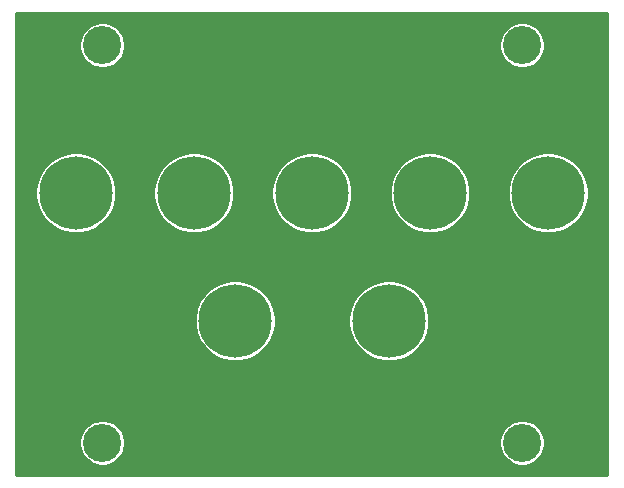
<source format=gtl>
G04 #@! TF.GenerationSoftware,KiCad,Pcbnew,(5.1.8)-1*
G04 #@! TF.CreationDate,2021-07-28T22:21:21-04:00*
G04 #@! TF.ProjectId,nearless_front_panel,6e656172-6c65-4737-935f-66726f6e745f,rev?*
G04 #@! TF.SameCoordinates,Original*
G04 #@! TF.FileFunction,Copper,L1,Top*
G04 #@! TF.FilePolarity,Positive*
%FSLAX46Y46*%
G04 Gerber Fmt 4.6, Leading zero omitted, Abs format (unit mm)*
G04 Created by KiCad (PCBNEW (5.1.8)-1) date 2021-07-28 22:21:21*
%MOMM*%
%LPD*%
G01*
G04 APERTURE LIST*
G04 #@! TA.AperFunction,WasherPad*
%ADD10C,3.220000*%
G04 #@! TD*
G04 #@! TA.AperFunction,WasherPad*
%ADD11C,6.200000*%
G04 #@! TD*
G04 #@! TA.AperFunction,NonConductor*
%ADD12C,0.254000*%
G04 #@! TD*
G04 #@! TA.AperFunction,NonConductor*
%ADD13C,0.100000*%
G04 #@! TD*
G04 APERTURE END LIST*
D10*
X166070000Y-25835000D03*
X201620000Y-25835000D03*
X201620000Y-59485000D03*
X166070000Y-59485000D03*
D11*
X190325000Y-49150000D03*
X177325000Y-49150000D03*
X163820000Y-38335000D03*
X203820000Y-38335000D03*
X193820000Y-38335000D03*
X183820000Y-38335000D03*
X173820000Y-38335000D03*
D12*
X208843001Y-62208000D02*
X158797000Y-62208000D01*
X158797000Y-59294222D01*
X164133000Y-59294222D01*
X164133000Y-59675778D01*
X164207438Y-60050002D01*
X164353453Y-60402513D01*
X164565434Y-60719765D01*
X164835235Y-60989566D01*
X165152487Y-61201547D01*
X165504998Y-61347562D01*
X165879222Y-61422000D01*
X166260778Y-61422000D01*
X166635002Y-61347562D01*
X166987513Y-61201547D01*
X167304765Y-60989566D01*
X167574566Y-60719765D01*
X167786547Y-60402513D01*
X167932562Y-60050002D01*
X168007000Y-59675778D01*
X168007000Y-59294222D01*
X199683000Y-59294222D01*
X199683000Y-59675778D01*
X199757438Y-60050002D01*
X199903453Y-60402513D01*
X200115434Y-60719765D01*
X200385235Y-60989566D01*
X200702487Y-61201547D01*
X201054998Y-61347562D01*
X201429222Y-61422000D01*
X201810778Y-61422000D01*
X202185002Y-61347562D01*
X202537513Y-61201547D01*
X202854765Y-60989566D01*
X203124566Y-60719765D01*
X203336547Y-60402513D01*
X203482562Y-60050002D01*
X203557000Y-59675778D01*
X203557000Y-59294222D01*
X203482562Y-58919998D01*
X203336547Y-58567487D01*
X203124566Y-58250235D01*
X202854765Y-57980434D01*
X202537513Y-57768453D01*
X202185002Y-57622438D01*
X201810778Y-57548000D01*
X201429222Y-57548000D01*
X201054998Y-57622438D01*
X200702487Y-57768453D01*
X200385235Y-57980434D01*
X200115434Y-58250235D01*
X199903453Y-58567487D01*
X199757438Y-58919998D01*
X199683000Y-59294222D01*
X168007000Y-59294222D01*
X167932562Y-58919998D01*
X167786547Y-58567487D01*
X167574566Y-58250235D01*
X167304765Y-57980434D01*
X166987513Y-57768453D01*
X166635002Y-57622438D01*
X166260778Y-57548000D01*
X165879222Y-57548000D01*
X165504998Y-57622438D01*
X165152487Y-57768453D01*
X164835235Y-57980434D01*
X164565434Y-58250235D01*
X164353453Y-58567487D01*
X164207438Y-58919998D01*
X164133000Y-59294222D01*
X158797000Y-59294222D01*
X158797000Y-48812470D01*
X173898000Y-48812470D01*
X173898000Y-49487530D01*
X174029697Y-50149619D01*
X174288032Y-50773293D01*
X174663075Y-51334585D01*
X175140415Y-51811925D01*
X175701707Y-52186968D01*
X176325381Y-52445303D01*
X176987470Y-52577000D01*
X177662530Y-52577000D01*
X178324619Y-52445303D01*
X178948293Y-52186968D01*
X179509585Y-51811925D01*
X179986925Y-51334585D01*
X180361968Y-50773293D01*
X180620303Y-50149619D01*
X180752000Y-49487530D01*
X180752000Y-48812470D01*
X186898000Y-48812470D01*
X186898000Y-49487530D01*
X187029697Y-50149619D01*
X187288032Y-50773293D01*
X187663075Y-51334585D01*
X188140415Y-51811925D01*
X188701707Y-52186968D01*
X189325381Y-52445303D01*
X189987470Y-52577000D01*
X190662530Y-52577000D01*
X191324619Y-52445303D01*
X191948293Y-52186968D01*
X192509585Y-51811925D01*
X192986925Y-51334585D01*
X193361968Y-50773293D01*
X193620303Y-50149619D01*
X193752000Y-49487530D01*
X193752000Y-48812470D01*
X193620303Y-48150381D01*
X193361968Y-47526707D01*
X192986925Y-46965415D01*
X192509585Y-46488075D01*
X191948293Y-46113032D01*
X191324619Y-45854697D01*
X190662530Y-45723000D01*
X189987470Y-45723000D01*
X189325381Y-45854697D01*
X188701707Y-46113032D01*
X188140415Y-46488075D01*
X187663075Y-46965415D01*
X187288032Y-47526707D01*
X187029697Y-48150381D01*
X186898000Y-48812470D01*
X180752000Y-48812470D01*
X180620303Y-48150381D01*
X180361968Y-47526707D01*
X179986925Y-46965415D01*
X179509585Y-46488075D01*
X178948293Y-46113032D01*
X178324619Y-45854697D01*
X177662530Y-45723000D01*
X176987470Y-45723000D01*
X176325381Y-45854697D01*
X175701707Y-46113032D01*
X175140415Y-46488075D01*
X174663075Y-46965415D01*
X174288032Y-47526707D01*
X174029697Y-48150381D01*
X173898000Y-48812470D01*
X158797000Y-48812470D01*
X158797000Y-37997470D01*
X160393000Y-37997470D01*
X160393000Y-38672530D01*
X160524697Y-39334619D01*
X160783032Y-39958293D01*
X161158075Y-40519585D01*
X161635415Y-40996925D01*
X162196707Y-41371968D01*
X162820381Y-41630303D01*
X163482470Y-41762000D01*
X164157530Y-41762000D01*
X164819619Y-41630303D01*
X165443293Y-41371968D01*
X166004585Y-40996925D01*
X166481925Y-40519585D01*
X166856968Y-39958293D01*
X167115303Y-39334619D01*
X167247000Y-38672530D01*
X167247000Y-37997470D01*
X170393000Y-37997470D01*
X170393000Y-38672530D01*
X170524697Y-39334619D01*
X170783032Y-39958293D01*
X171158075Y-40519585D01*
X171635415Y-40996925D01*
X172196707Y-41371968D01*
X172820381Y-41630303D01*
X173482470Y-41762000D01*
X174157530Y-41762000D01*
X174819619Y-41630303D01*
X175443293Y-41371968D01*
X176004585Y-40996925D01*
X176481925Y-40519585D01*
X176856968Y-39958293D01*
X177115303Y-39334619D01*
X177247000Y-38672530D01*
X177247000Y-37997470D01*
X180393000Y-37997470D01*
X180393000Y-38672530D01*
X180524697Y-39334619D01*
X180783032Y-39958293D01*
X181158075Y-40519585D01*
X181635415Y-40996925D01*
X182196707Y-41371968D01*
X182820381Y-41630303D01*
X183482470Y-41762000D01*
X184157530Y-41762000D01*
X184819619Y-41630303D01*
X185443293Y-41371968D01*
X186004585Y-40996925D01*
X186481925Y-40519585D01*
X186856968Y-39958293D01*
X187115303Y-39334619D01*
X187247000Y-38672530D01*
X187247000Y-37997470D01*
X190393000Y-37997470D01*
X190393000Y-38672530D01*
X190524697Y-39334619D01*
X190783032Y-39958293D01*
X191158075Y-40519585D01*
X191635415Y-40996925D01*
X192196707Y-41371968D01*
X192820381Y-41630303D01*
X193482470Y-41762000D01*
X194157530Y-41762000D01*
X194819619Y-41630303D01*
X195443293Y-41371968D01*
X196004585Y-40996925D01*
X196481925Y-40519585D01*
X196856968Y-39958293D01*
X197115303Y-39334619D01*
X197247000Y-38672530D01*
X197247000Y-37997470D01*
X200393000Y-37997470D01*
X200393000Y-38672530D01*
X200524697Y-39334619D01*
X200783032Y-39958293D01*
X201158075Y-40519585D01*
X201635415Y-40996925D01*
X202196707Y-41371968D01*
X202820381Y-41630303D01*
X203482470Y-41762000D01*
X204157530Y-41762000D01*
X204819619Y-41630303D01*
X205443293Y-41371968D01*
X206004585Y-40996925D01*
X206481925Y-40519585D01*
X206856968Y-39958293D01*
X207115303Y-39334619D01*
X207247000Y-38672530D01*
X207247000Y-37997470D01*
X207115303Y-37335381D01*
X206856968Y-36711707D01*
X206481925Y-36150415D01*
X206004585Y-35673075D01*
X205443293Y-35298032D01*
X204819619Y-35039697D01*
X204157530Y-34908000D01*
X203482470Y-34908000D01*
X202820381Y-35039697D01*
X202196707Y-35298032D01*
X201635415Y-35673075D01*
X201158075Y-36150415D01*
X200783032Y-36711707D01*
X200524697Y-37335381D01*
X200393000Y-37997470D01*
X197247000Y-37997470D01*
X197115303Y-37335381D01*
X196856968Y-36711707D01*
X196481925Y-36150415D01*
X196004585Y-35673075D01*
X195443293Y-35298032D01*
X194819619Y-35039697D01*
X194157530Y-34908000D01*
X193482470Y-34908000D01*
X192820381Y-35039697D01*
X192196707Y-35298032D01*
X191635415Y-35673075D01*
X191158075Y-36150415D01*
X190783032Y-36711707D01*
X190524697Y-37335381D01*
X190393000Y-37997470D01*
X187247000Y-37997470D01*
X187115303Y-37335381D01*
X186856968Y-36711707D01*
X186481925Y-36150415D01*
X186004585Y-35673075D01*
X185443293Y-35298032D01*
X184819619Y-35039697D01*
X184157530Y-34908000D01*
X183482470Y-34908000D01*
X182820381Y-35039697D01*
X182196707Y-35298032D01*
X181635415Y-35673075D01*
X181158075Y-36150415D01*
X180783032Y-36711707D01*
X180524697Y-37335381D01*
X180393000Y-37997470D01*
X177247000Y-37997470D01*
X177115303Y-37335381D01*
X176856968Y-36711707D01*
X176481925Y-36150415D01*
X176004585Y-35673075D01*
X175443293Y-35298032D01*
X174819619Y-35039697D01*
X174157530Y-34908000D01*
X173482470Y-34908000D01*
X172820381Y-35039697D01*
X172196707Y-35298032D01*
X171635415Y-35673075D01*
X171158075Y-36150415D01*
X170783032Y-36711707D01*
X170524697Y-37335381D01*
X170393000Y-37997470D01*
X167247000Y-37997470D01*
X167115303Y-37335381D01*
X166856968Y-36711707D01*
X166481925Y-36150415D01*
X166004585Y-35673075D01*
X165443293Y-35298032D01*
X164819619Y-35039697D01*
X164157530Y-34908000D01*
X163482470Y-34908000D01*
X162820381Y-35039697D01*
X162196707Y-35298032D01*
X161635415Y-35673075D01*
X161158075Y-36150415D01*
X160783032Y-36711707D01*
X160524697Y-37335381D01*
X160393000Y-37997470D01*
X158797000Y-37997470D01*
X158797000Y-25644222D01*
X164133000Y-25644222D01*
X164133000Y-26025778D01*
X164207438Y-26400002D01*
X164353453Y-26752513D01*
X164565434Y-27069765D01*
X164835235Y-27339566D01*
X165152487Y-27551547D01*
X165504998Y-27697562D01*
X165879222Y-27772000D01*
X166260778Y-27772000D01*
X166635002Y-27697562D01*
X166987513Y-27551547D01*
X167304765Y-27339566D01*
X167574566Y-27069765D01*
X167786547Y-26752513D01*
X167932562Y-26400002D01*
X168007000Y-26025778D01*
X168007000Y-25644222D01*
X199683000Y-25644222D01*
X199683000Y-26025778D01*
X199757438Y-26400002D01*
X199903453Y-26752513D01*
X200115434Y-27069765D01*
X200385235Y-27339566D01*
X200702487Y-27551547D01*
X201054998Y-27697562D01*
X201429222Y-27772000D01*
X201810778Y-27772000D01*
X202185002Y-27697562D01*
X202537513Y-27551547D01*
X202854765Y-27339566D01*
X203124566Y-27069765D01*
X203336547Y-26752513D01*
X203482562Y-26400002D01*
X203557000Y-26025778D01*
X203557000Y-25644222D01*
X203482562Y-25269998D01*
X203336547Y-24917487D01*
X203124566Y-24600235D01*
X202854765Y-24330434D01*
X202537513Y-24118453D01*
X202185002Y-23972438D01*
X201810778Y-23898000D01*
X201429222Y-23898000D01*
X201054998Y-23972438D01*
X200702487Y-24118453D01*
X200385235Y-24330434D01*
X200115434Y-24600235D01*
X199903453Y-24917487D01*
X199757438Y-25269998D01*
X199683000Y-25644222D01*
X168007000Y-25644222D01*
X167932562Y-25269998D01*
X167786547Y-24917487D01*
X167574566Y-24600235D01*
X167304765Y-24330434D01*
X166987513Y-24118453D01*
X166635002Y-23972438D01*
X166260778Y-23898000D01*
X165879222Y-23898000D01*
X165504998Y-23972438D01*
X165152487Y-24118453D01*
X164835235Y-24330434D01*
X164565434Y-24600235D01*
X164353453Y-24917487D01*
X164207438Y-25269998D01*
X164133000Y-25644222D01*
X158797000Y-25644222D01*
X158797000Y-23062000D01*
X208843000Y-23062000D01*
X208843001Y-62208000D01*
G04 #@! TA.AperFunction,NonConductor*
D13*
G36*
X208843001Y-62208000D02*
G01*
X158797000Y-62208000D01*
X158797000Y-59294222D01*
X164133000Y-59294222D01*
X164133000Y-59675778D01*
X164207438Y-60050002D01*
X164353453Y-60402513D01*
X164565434Y-60719765D01*
X164835235Y-60989566D01*
X165152487Y-61201547D01*
X165504998Y-61347562D01*
X165879222Y-61422000D01*
X166260778Y-61422000D01*
X166635002Y-61347562D01*
X166987513Y-61201547D01*
X167304765Y-60989566D01*
X167574566Y-60719765D01*
X167786547Y-60402513D01*
X167932562Y-60050002D01*
X168007000Y-59675778D01*
X168007000Y-59294222D01*
X199683000Y-59294222D01*
X199683000Y-59675778D01*
X199757438Y-60050002D01*
X199903453Y-60402513D01*
X200115434Y-60719765D01*
X200385235Y-60989566D01*
X200702487Y-61201547D01*
X201054998Y-61347562D01*
X201429222Y-61422000D01*
X201810778Y-61422000D01*
X202185002Y-61347562D01*
X202537513Y-61201547D01*
X202854765Y-60989566D01*
X203124566Y-60719765D01*
X203336547Y-60402513D01*
X203482562Y-60050002D01*
X203557000Y-59675778D01*
X203557000Y-59294222D01*
X203482562Y-58919998D01*
X203336547Y-58567487D01*
X203124566Y-58250235D01*
X202854765Y-57980434D01*
X202537513Y-57768453D01*
X202185002Y-57622438D01*
X201810778Y-57548000D01*
X201429222Y-57548000D01*
X201054998Y-57622438D01*
X200702487Y-57768453D01*
X200385235Y-57980434D01*
X200115434Y-58250235D01*
X199903453Y-58567487D01*
X199757438Y-58919998D01*
X199683000Y-59294222D01*
X168007000Y-59294222D01*
X167932562Y-58919998D01*
X167786547Y-58567487D01*
X167574566Y-58250235D01*
X167304765Y-57980434D01*
X166987513Y-57768453D01*
X166635002Y-57622438D01*
X166260778Y-57548000D01*
X165879222Y-57548000D01*
X165504998Y-57622438D01*
X165152487Y-57768453D01*
X164835235Y-57980434D01*
X164565434Y-58250235D01*
X164353453Y-58567487D01*
X164207438Y-58919998D01*
X164133000Y-59294222D01*
X158797000Y-59294222D01*
X158797000Y-48812470D01*
X173898000Y-48812470D01*
X173898000Y-49487530D01*
X174029697Y-50149619D01*
X174288032Y-50773293D01*
X174663075Y-51334585D01*
X175140415Y-51811925D01*
X175701707Y-52186968D01*
X176325381Y-52445303D01*
X176987470Y-52577000D01*
X177662530Y-52577000D01*
X178324619Y-52445303D01*
X178948293Y-52186968D01*
X179509585Y-51811925D01*
X179986925Y-51334585D01*
X180361968Y-50773293D01*
X180620303Y-50149619D01*
X180752000Y-49487530D01*
X180752000Y-48812470D01*
X186898000Y-48812470D01*
X186898000Y-49487530D01*
X187029697Y-50149619D01*
X187288032Y-50773293D01*
X187663075Y-51334585D01*
X188140415Y-51811925D01*
X188701707Y-52186968D01*
X189325381Y-52445303D01*
X189987470Y-52577000D01*
X190662530Y-52577000D01*
X191324619Y-52445303D01*
X191948293Y-52186968D01*
X192509585Y-51811925D01*
X192986925Y-51334585D01*
X193361968Y-50773293D01*
X193620303Y-50149619D01*
X193752000Y-49487530D01*
X193752000Y-48812470D01*
X193620303Y-48150381D01*
X193361968Y-47526707D01*
X192986925Y-46965415D01*
X192509585Y-46488075D01*
X191948293Y-46113032D01*
X191324619Y-45854697D01*
X190662530Y-45723000D01*
X189987470Y-45723000D01*
X189325381Y-45854697D01*
X188701707Y-46113032D01*
X188140415Y-46488075D01*
X187663075Y-46965415D01*
X187288032Y-47526707D01*
X187029697Y-48150381D01*
X186898000Y-48812470D01*
X180752000Y-48812470D01*
X180620303Y-48150381D01*
X180361968Y-47526707D01*
X179986925Y-46965415D01*
X179509585Y-46488075D01*
X178948293Y-46113032D01*
X178324619Y-45854697D01*
X177662530Y-45723000D01*
X176987470Y-45723000D01*
X176325381Y-45854697D01*
X175701707Y-46113032D01*
X175140415Y-46488075D01*
X174663075Y-46965415D01*
X174288032Y-47526707D01*
X174029697Y-48150381D01*
X173898000Y-48812470D01*
X158797000Y-48812470D01*
X158797000Y-37997470D01*
X160393000Y-37997470D01*
X160393000Y-38672530D01*
X160524697Y-39334619D01*
X160783032Y-39958293D01*
X161158075Y-40519585D01*
X161635415Y-40996925D01*
X162196707Y-41371968D01*
X162820381Y-41630303D01*
X163482470Y-41762000D01*
X164157530Y-41762000D01*
X164819619Y-41630303D01*
X165443293Y-41371968D01*
X166004585Y-40996925D01*
X166481925Y-40519585D01*
X166856968Y-39958293D01*
X167115303Y-39334619D01*
X167247000Y-38672530D01*
X167247000Y-37997470D01*
X170393000Y-37997470D01*
X170393000Y-38672530D01*
X170524697Y-39334619D01*
X170783032Y-39958293D01*
X171158075Y-40519585D01*
X171635415Y-40996925D01*
X172196707Y-41371968D01*
X172820381Y-41630303D01*
X173482470Y-41762000D01*
X174157530Y-41762000D01*
X174819619Y-41630303D01*
X175443293Y-41371968D01*
X176004585Y-40996925D01*
X176481925Y-40519585D01*
X176856968Y-39958293D01*
X177115303Y-39334619D01*
X177247000Y-38672530D01*
X177247000Y-37997470D01*
X180393000Y-37997470D01*
X180393000Y-38672530D01*
X180524697Y-39334619D01*
X180783032Y-39958293D01*
X181158075Y-40519585D01*
X181635415Y-40996925D01*
X182196707Y-41371968D01*
X182820381Y-41630303D01*
X183482470Y-41762000D01*
X184157530Y-41762000D01*
X184819619Y-41630303D01*
X185443293Y-41371968D01*
X186004585Y-40996925D01*
X186481925Y-40519585D01*
X186856968Y-39958293D01*
X187115303Y-39334619D01*
X187247000Y-38672530D01*
X187247000Y-37997470D01*
X190393000Y-37997470D01*
X190393000Y-38672530D01*
X190524697Y-39334619D01*
X190783032Y-39958293D01*
X191158075Y-40519585D01*
X191635415Y-40996925D01*
X192196707Y-41371968D01*
X192820381Y-41630303D01*
X193482470Y-41762000D01*
X194157530Y-41762000D01*
X194819619Y-41630303D01*
X195443293Y-41371968D01*
X196004585Y-40996925D01*
X196481925Y-40519585D01*
X196856968Y-39958293D01*
X197115303Y-39334619D01*
X197247000Y-38672530D01*
X197247000Y-37997470D01*
X200393000Y-37997470D01*
X200393000Y-38672530D01*
X200524697Y-39334619D01*
X200783032Y-39958293D01*
X201158075Y-40519585D01*
X201635415Y-40996925D01*
X202196707Y-41371968D01*
X202820381Y-41630303D01*
X203482470Y-41762000D01*
X204157530Y-41762000D01*
X204819619Y-41630303D01*
X205443293Y-41371968D01*
X206004585Y-40996925D01*
X206481925Y-40519585D01*
X206856968Y-39958293D01*
X207115303Y-39334619D01*
X207247000Y-38672530D01*
X207247000Y-37997470D01*
X207115303Y-37335381D01*
X206856968Y-36711707D01*
X206481925Y-36150415D01*
X206004585Y-35673075D01*
X205443293Y-35298032D01*
X204819619Y-35039697D01*
X204157530Y-34908000D01*
X203482470Y-34908000D01*
X202820381Y-35039697D01*
X202196707Y-35298032D01*
X201635415Y-35673075D01*
X201158075Y-36150415D01*
X200783032Y-36711707D01*
X200524697Y-37335381D01*
X200393000Y-37997470D01*
X197247000Y-37997470D01*
X197115303Y-37335381D01*
X196856968Y-36711707D01*
X196481925Y-36150415D01*
X196004585Y-35673075D01*
X195443293Y-35298032D01*
X194819619Y-35039697D01*
X194157530Y-34908000D01*
X193482470Y-34908000D01*
X192820381Y-35039697D01*
X192196707Y-35298032D01*
X191635415Y-35673075D01*
X191158075Y-36150415D01*
X190783032Y-36711707D01*
X190524697Y-37335381D01*
X190393000Y-37997470D01*
X187247000Y-37997470D01*
X187115303Y-37335381D01*
X186856968Y-36711707D01*
X186481925Y-36150415D01*
X186004585Y-35673075D01*
X185443293Y-35298032D01*
X184819619Y-35039697D01*
X184157530Y-34908000D01*
X183482470Y-34908000D01*
X182820381Y-35039697D01*
X182196707Y-35298032D01*
X181635415Y-35673075D01*
X181158075Y-36150415D01*
X180783032Y-36711707D01*
X180524697Y-37335381D01*
X180393000Y-37997470D01*
X177247000Y-37997470D01*
X177115303Y-37335381D01*
X176856968Y-36711707D01*
X176481925Y-36150415D01*
X176004585Y-35673075D01*
X175443293Y-35298032D01*
X174819619Y-35039697D01*
X174157530Y-34908000D01*
X173482470Y-34908000D01*
X172820381Y-35039697D01*
X172196707Y-35298032D01*
X171635415Y-35673075D01*
X171158075Y-36150415D01*
X170783032Y-36711707D01*
X170524697Y-37335381D01*
X170393000Y-37997470D01*
X167247000Y-37997470D01*
X167115303Y-37335381D01*
X166856968Y-36711707D01*
X166481925Y-36150415D01*
X166004585Y-35673075D01*
X165443293Y-35298032D01*
X164819619Y-35039697D01*
X164157530Y-34908000D01*
X163482470Y-34908000D01*
X162820381Y-35039697D01*
X162196707Y-35298032D01*
X161635415Y-35673075D01*
X161158075Y-36150415D01*
X160783032Y-36711707D01*
X160524697Y-37335381D01*
X160393000Y-37997470D01*
X158797000Y-37997470D01*
X158797000Y-25644222D01*
X164133000Y-25644222D01*
X164133000Y-26025778D01*
X164207438Y-26400002D01*
X164353453Y-26752513D01*
X164565434Y-27069765D01*
X164835235Y-27339566D01*
X165152487Y-27551547D01*
X165504998Y-27697562D01*
X165879222Y-27772000D01*
X166260778Y-27772000D01*
X166635002Y-27697562D01*
X166987513Y-27551547D01*
X167304765Y-27339566D01*
X167574566Y-27069765D01*
X167786547Y-26752513D01*
X167932562Y-26400002D01*
X168007000Y-26025778D01*
X168007000Y-25644222D01*
X199683000Y-25644222D01*
X199683000Y-26025778D01*
X199757438Y-26400002D01*
X199903453Y-26752513D01*
X200115434Y-27069765D01*
X200385235Y-27339566D01*
X200702487Y-27551547D01*
X201054998Y-27697562D01*
X201429222Y-27772000D01*
X201810778Y-27772000D01*
X202185002Y-27697562D01*
X202537513Y-27551547D01*
X202854765Y-27339566D01*
X203124566Y-27069765D01*
X203336547Y-26752513D01*
X203482562Y-26400002D01*
X203557000Y-26025778D01*
X203557000Y-25644222D01*
X203482562Y-25269998D01*
X203336547Y-24917487D01*
X203124566Y-24600235D01*
X202854765Y-24330434D01*
X202537513Y-24118453D01*
X202185002Y-23972438D01*
X201810778Y-23898000D01*
X201429222Y-23898000D01*
X201054998Y-23972438D01*
X200702487Y-24118453D01*
X200385235Y-24330434D01*
X200115434Y-24600235D01*
X199903453Y-24917487D01*
X199757438Y-25269998D01*
X199683000Y-25644222D01*
X168007000Y-25644222D01*
X167932562Y-25269998D01*
X167786547Y-24917487D01*
X167574566Y-24600235D01*
X167304765Y-24330434D01*
X166987513Y-24118453D01*
X166635002Y-23972438D01*
X166260778Y-23898000D01*
X165879222Y-23898000D01*
X165504998Y-23972438D01*
X165152487Y-24118453D01*
X164835235Y-24330434D01*
X164565434Y-24600235D01*
X164353453Y-24917487D01*
X164207438Y-25269998D01*
X164133000Y-25644222D01*
X158797000Y-25644222D01*
X158797000Y-23062000D01*
X208843000Y-23062000D01*
X208843001Y-62208000D01*
G37*
G04 #@! TD.AperFunction*
M02*

</source>
